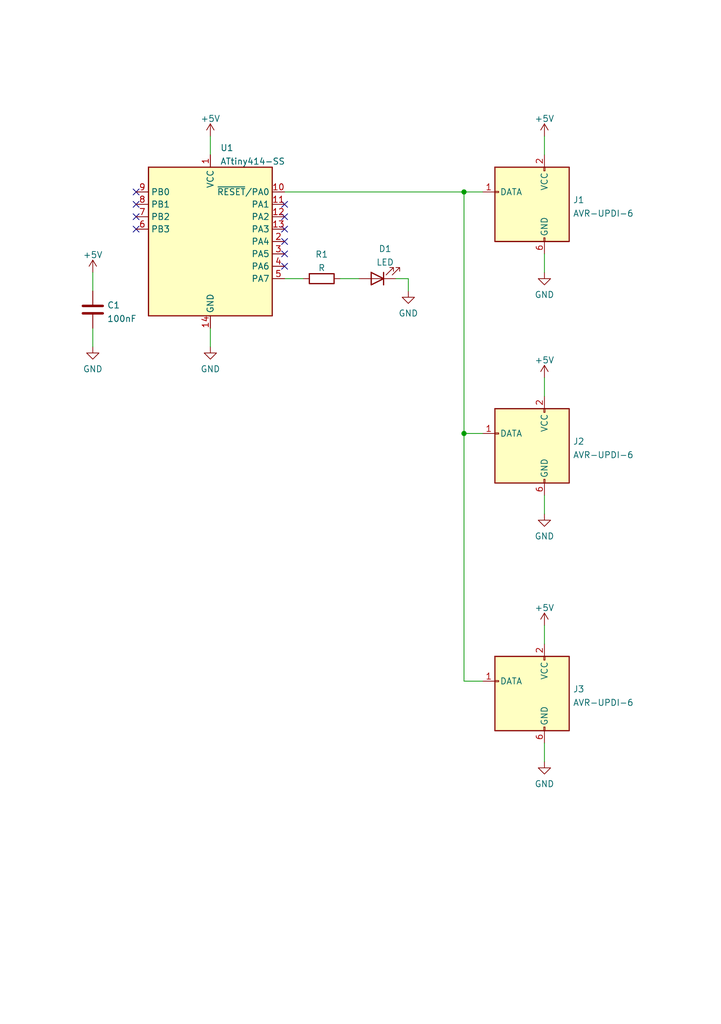
<source format=kicad_sch>
(kicad_sch (version 20211123) (generator eeschema)
  (paper "A5" portrait)
  (title_block (title "eAVR6-UPDI Example") (company "Nakamura Labs") (comment 1 "https://github.com/kiu/eAVR"))
  (lib_symbols
    (symbol "Connector:AVR-UPDI-6" (pin_names (offset 1.016))
      (property "Reference" "J" (at -6.35 8.89 0))
      (property "Value" "AVR-UPDI-6" (at 0 8.89 0))
      (symbol "AVR-UPDI-6_0_1"
        (rectangle (start -2.667 -6.858) (end -2.413 -7.62))
        (rectangle (start -2.667 7.62) (end -2.413 6.858))
        (rectangle (start 7.62 2.667) (end 6.858 2.413))
        (rectangle (start 7.62 7.62) (end -7.62 -7.62) (stroke (width 0.254)) (fill (type background)))
      )
      (symbol "AVR-UPDI-6_1_1"
        (pin passive line (at 10.16 2.54 180) (length 2.54) (name "DATA") (number "1"))
        (pin passive line (at -2.54 10.16 270) (length 2.54) (name "VCC") (number "2"))
        (pin no_connect line (at 7.62 0 180) (length 2.54) hide (name "NC") (number "3"))
        (pin no_connect line (at 7.62 -2.54 180) (length 2.54) hide (name "NC") (number "4"))
        (pin no_connect line (at 7.62 -5.08 180) (length 2.54) hide (name "NC") (number "5"))
        (pin passive line (at -2.54 -10.16 90) (length 2.54) (name "GND") (number "6"))
      )
    )
    (symbol "Device:C" (pin_numbers hide) (pin_names (offset 0.254))
      (property "Reference" "C" (at 0.635 2.54 0))
      (property "Value" "C" (at 0.635 -2.54 0))
      (symbol "C_0_1"
        (polyline (pts (xy -2.032 -0.762) (xy 2.032 -0.762)) (stroke (width 0.508)))
        (polyline (pts (xy -2.032 0.762) (xy 2.032 0.762)) (stroke (width 0.508)))
      )
      (symbol "C_1_1"
        (pin passive line (at 0 3.81 270) (length 2.794) (name "~") (number "1"))
        (pin passive line (at 0 -3.81 90) (length 2.794) (name "~") (number "2"))
      )
    )
    (symbol "Device:LED" (pin_numbers hide) (pin_names (offset 1.016) hide)
      (property "Reference" "D" (at 0 2.54 0))
      (property "Value" "LED" (at 0 -2.54 0))
      (symbol "LED_0_1"
        (polyline (pts (xy -1.27 -1.27) (xy -1.27 1.27)) (stroke (width 0.254)))
        (polyline (pts (xy -1.27 0) (xy 1.27 0)))
        (polyline (pts (xy 1.27 -1.27) (xy 1.27 1.27) (xy -1.27 0) (xy 1.27 -1.27)) (stroke (width 0.254)))
        (polyline (pts (xy -3.048 -0.762) (xy -4.572 -2.286) (xy -3.81 -2.286) (xy -4.572 -2.286) (xy -4.572 -1.524)))
        (polyline (pts (xy -1.778 -0.762) (xy -3.302 -2.286) (xy -2.54 -2.286) (xy -3.302 -2.286) (xy -3.302 -1.524)))
      )
      (symbol "LED_1_1"
        (pin passive line (at -3.81 0 0) (length 2.54) (name "K") (number "1"))
        (pin passive line (at 3.81 0 180) (length 2.54) (name "A") (number "2"))
      )
    )
    (symbol "Device:R" (pin_numbers hide) (pin_names (offset 0))
      (property "Reference" "R" (at 2.032 0 90))
      (property "Value" "R" (at 0 0 90))
      (symbol "R_0_1"
        (rectangle (start -1.016 -2.54) (end 1.016 2.54) (stroke (width 0.254)))
      )
      (symbol "R_1_1"
        (pin passive line (at 0 3.81 270) (length 1.27) (name "~") (number "1"))
        (pin passive line (at 0 -3.81 90) (length 1.27) (name "~") (number "2"))
      )
    )
    (symbol "MCU_Microchip_ATtiny:ATtiny414-SS"
      (property "Reference" "U" (at -12.7 16.51 0))
      (property "Value" "ATtiny414-SS" (at 2.54 -16.51 0))
      (symbol "ATtiny414-SS_0_1"
        (rectangle (start -12.7 -15.24) (end 12.7 15.24) (stroke (width 0.254)) (fill (type background)))
      )
      (symbol "ATtiny414-SS_1_1"
        (pin power_in line (at 0 17.78 270) (length 2.54) (name "VCC") (number "1"))
        (pin bidirectional line (at 15.24 10.16 180) (length 2.54) (name "~{RESET}/PA0") (number "10"))
        (pin bidirectional line (at 15.24 7.62 180) (length 2.54) (name "PA1") (number "11"))
        (pin bidirectional line (at 15.24 5.08 180) (length 2.54) (name "PA2") (number "12"))
        (pin bidirectional line (at 15.24 2.54 180) (length 2.54) (name "PA3") (number "13"))
        (pin power_in line (at 0 -17.78 90) (length 2.54) (name "GND") (number "14"))
        (pin bidirectional line (at 15.24 0 180) (length 2.54) (name "PA4") (number "2"))
        (pin bidirectional line (at 15.24 -2.54 180) (length 2.54) (name "PA5") (number "3"))
        (pin bidirectional line (at 15.24 -5.08 180) (length 2.54) (name "PA6") (number "4"))
        (pin bidirectional line (at 15.24 -7.62 180) (length 2.54) (name "PA7") (number "5"))
        (pin bidirectional line (at -15.24 2.54 0) (length 2.54) (name "PB3") (number "6"))
        (pin bidirectional line (at -15.24 5.08 0) (length 2.54) (name "PB2") (number "7"))
        (pin bidirectional line (at -15.24 7.62 0) (length 2.54) (name "PB1") (number "8"))
        (pin bidirectional line (at -15.24 10.16 0) (length 2.54) (name "PB0") (number "9"))
      )
    )
    (symbol "power:+5V" (power) (pin_names (offset 0))
      (property "Value" "+5V" (at 0 3.556 0))
      (symbol "+5V_0_1"
        (polyline (pts (xy -0.762 1.27) (xy 0 2.54)))
        (polyline (pts (xy 0 0) (xy 0 2.54)))
        (polyline (pts (xy 0 2.54) (xy 0.762 1.27)))
      )
      (symbol "+5V_1_1"
        (pin power_in line (at 0 0 90) (length 0) hide (name "+5V") (number "1"))
      )
    )
    (symbol "power:GND" (power) (pin_names (offset 0))
      (property "Value" "GND" (at 0 -3.81 0))
      (symbol "GND_0_1"
        (polyline (pts (xy 0 0) (xy 0 -1.27) (xy 1.27 -1.27) (xy 0 -2.54) (xy -1.27 -1.27) (xy 0 -1.27)))
      )
      (symbol "GND_1_1"
        (pin power_in line (at 0 0 270) (length 0) hide (name "GND") (number "1"))
      )
    )
  )
  (junction (at 95.25 88.9))
  (junction (at 95.25 39.37))
  (no_connect (at 27.94 44.45))
  (no_connect (at 27.94 39.37))
  (no_connect (at 27.94 41.91))
  (no_connect (at 27.94 46.99))
  (no_connect (at 58.42 52.07))
  (no_connect (at 58.42 54.61))
  (no_connect (at 58.42 49.53))
  (no_connect (at 58.42 46.99))
  (no_connect (at 58.42 41.91))
  (no_connect (at 58.42 44.45))
  (wire (pts (xy 43.18 27.94) (xy 43.18 31.75)))
  (wire (pts (xy 95.25 88.9) (xy 95.25 139.7)))
  (wire (pts (xy 69.85 57.15) (xy 73.66 57.15)))
  (wire (pts (xy 111.76 128.27) (xy 111.76 132.08)))
  (wire (pts (xy 43.18 67.31) (xy 43.18 71.12)))
  (wire (pts (xy 99.06 39.37) (xy 95.25 39.37)))
  (wire (pts (xy 81.28 57.15) (xy 83.82 57.15)))
  (wire (pts (xy 58.42 39.37) (xy 95.25 39.37)))
  (wire (pts (xy 111.76 27.94) (xy 111.76 31.75)))
  (wire (pts (xy 99.06 88.9) (xy 95.25 88.9)))
  (wire (pts (xy 58.42 57.15) (xy 62.23 57.15)))
  (wire (pts (xy 19.05 67.31) (xy 19.05 71.12)))
  (wire (pts (xy 99.06 139.7) (xy 95.25 139.7)))
  (wire (pts (xy 111.76 152.4) (xy 111.76 156.21)))
  (wire (pts (xy 111.76 52.07) (xy 111.76 55.88)))
  (wire (pts (xy 19.05 55.88) (xy 19.05 59.69)))
  (wire (pts (xy 111.76 101.6) (xy 111.76 105.41)))
  (wire (pts (xy 111.76 77.47) (xy 111.76 81.28)))
  (wire (pts (xy 95.25 39.37) (xy 95.25 88.9)))
  (wire (pts (xy 83.82 57.15) (xy 83.82 59.69)))
  (symbol (lib_id "Connector:AVR-UPDI-6") (at 109.22 91.44 0) (mirror y) (unit 1)
    (property "Reference" "J2" (at 117.6019 90.5315 0) (effects (justify right)))
    (property "Value" "AVR-UPDI-6" (at 117.6019 93.3066 0) (effects (justify right)))
    (property "Footprint" "eAVR:eAVR6-UPDI-FB" (effects hide))
    (property "Datasheet" "https://www.microchip.com/webdoc/GUID-9D10622A-5C16-4405-B092-1BDD437B4976/index.html?GUID-9B349315-2842-4189-B88C-49F4E1055D7F" (effects hide))
  )
  (symbol (lib_id "Connector:AVR-UPDI-6") (at 109.22 41.91 0) (mirror y) (unit 1)
    (property "Reference" "J1" (at 117.6019 41.0015 0) (effects (justify right)))
    (property "Value" "AVR-UPDI-6" (at 117.6019 43.7766 0) (effects (justify right)))
    (property "Footprint" "eAVR:eAVR6-UPDI-F" (effects hide))
    (property "Datasheet" "https://www.microchip.com/webdoc/GUID-9D10622A-5C16-4405-B092-1BDD437B4976/index.html?GUID-9B349315-2842-4189-B88C-49F4E1055D7F" (effects hide))
  )
  (symbol (lib_id "power:+5V") (at 19.05 55.88 0) (unit 1)
    (property "Reference" "#PWR01" (effects hide))
    (property "Value" "+5V" (at 19.05 52.2755 0))
  )
  (symbol (lib_id "power:GND") (at 111.76 105.41 0) (mirror y) (unit 1)
    (property "Reference" "#PWR09" (effects hide))
    (property "Value" "GND" (at 111.76 109.9725 0))
  )
  (symbol (lib_id "power:+5V") (at 111.76 77.47 0) (mirror y) (unit 1)
    (property "Reference" "#PWR08" (effects hide))
    (property "Value" "+5V" (at 111.76 73.8655 0))
  )
  (symbol (lib_id "power:GND") (at 43.18 71.12 0) (unit 1)
    (property "Reference" "#PWR04" (effects hide))
    (property "Value" "GND" (at 43.18 75.6825 0))
  )
  (symbol (lib_id "power:GND") (at 111.76 156.21 0) (mirror y) (unit 1)
    (property "Reference" "#PWR011" (effects hide))
    (property "Value" "GND" (at 111.76 160.7725 0))
  )
  (symbol (lib_id "MCU_Microchip_ATtiny:ATtiny414-SS") (at 43.18 49.53 0) (unit 1)
    (property "Reference" "U1" (at 45.1994 30.3235 0) (effects (justify left)))
    (property "Value" "ATtiny414-SS" (at 45.1994 33.0986 0) (effects (justify left)))
    (property "Footprint" "Package_SO:SOIC-14_3.9x8.7mm_P1.27mm" (effects hide))
    (property "Datasheet" "http://ww1.microchip.com/downloads/en/DeviceDoc/40001912A.pdf" (effects hide))
  )
  (symbol (lib_id "power:GND") (at 19.05 71.12 0) (unit 1)
    (property "Reference" "#PWR02" (effects hide))
    (property "Value" "GND" (at 19.05 75.6825 0))
  )
  (symbol (lib_id "power:+5V") (at 43.18 27.94 0) (unit 1)
    (property "Reference" "#PWR03" (effects hide))
    (property "Value" "+5V" (at 43.18 24.3355 0))
  )
  (symbol (lib_id "Connector:AVR-UPDI-6") (at 109.22 142.24 0) (mirror y) (unit 1)
    (property "Reference" "J3" (at 117.6019 141.3315 0) (effects (justify right)))
    (property "Value" "AVR-UPDI-6" (at 117.6019 144.1066 0) (effects (justify right)))
    (property "Footprint" "eAVR:eAVR6-UPDI-B" (effects hide))
    (property "Datasheet" "https://www.microchip.com/webdoc/GUID-9D10622A-5C16-4405-B092-1BDD437B4976/index.html?GUID-9B349315-2842-4189-B88C-49F4E1055D7F" (effects hide))
  )
  (symbol (lib_id "power:+5V") (at 111.76 27.94 0) (mirror y) (unit 1)
    (property "Reference" "#PWR06" (effects hide))
    (property "Value" "+5V" (at 111.76 24.3355 0))
  )
  (symbol (lib_id "Device:LED") (at 77.47 57.15 180) (unit 1)
    (property "Reference" "D1" (at 79.0575 51.0245 0))
    (property "Value" "LED" (at 79.0575 53.7996 0))
    (property "Footprint" "LED_SMD:LED_0805_2012Metric" (effects hide))
  )
  (symbol (lib_id "power:GND") (at 83.82 59.69 0) (unit 1)
    (property "Reference" "#PWR05" (effects hide))
    (property "Value" "GND" (at 83.82 64.2525 0))
  )
  (symbol (lib_id "power:+5V") (at 111.76 128.27 0) (mirror y) (unit 1)
    (property "Reference" "#PWR010" (effects hide))
    (property "Value" "+5V" (at 111.76 124.6655 0))
  )
  (symbol (lib_id "power:GND") (at 111.76 55.88 0) (mirror y) (unit 1)
    (property "Reference" "#PWR07" (effects hide))
    (property "Value" "GND" (at 111.76 60.4425 0))
  )
  (symbol (lib_id "Device:R") (at 66.04 57.15 90) (unit 1)
    (property "Reference" "R1" (at 66.04 52.1675 90))
    (property "Value" "R" (at 66.04 54.9426 90))
    (property "Footprint" "Resistor_SMD:R_0805_2012Metric" (effects hide))
  )
  (symbol (lib_id "Device:C") (at 19.05 63.5 0) (unit 1)
    (property "Reference" "C1" (at 21.971 62.5915 0) (effects (justify left)))
    (property "Value" "100nF" (at 21.971 65.3666 0) (effects (justify left)))
    (property "Footprint" "Capacitor_SMD:C_0805_2012Metric" (effects hide))
  )
)
</source>
